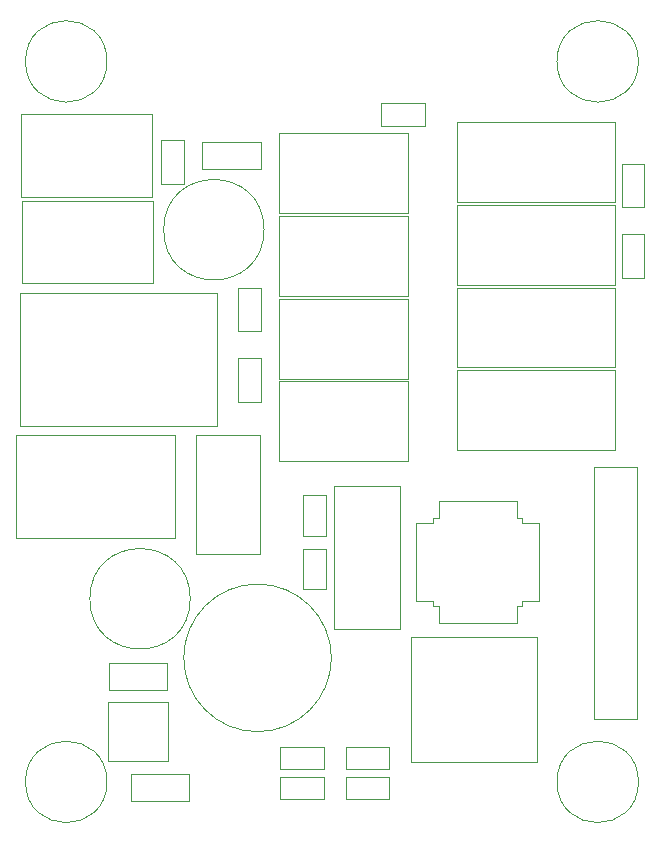
<source format=gbr>
%TF.GenerationSoftware,KiCad,Pcbnew,8.0.0-8.0.0-1~ubuntu20.04.1*%
%TF.CreationDate,2024-04-08T21:34:55+05:00*%
%TF.ProjectId,GammaAnomalain,47616d6d-6141-46e6-9f6d-616c61696e2e,rev?*%
%TF.SameCoordinates,Original*%
%TF.FileFunction,Other,User*%
%FSLAX46Y46*%
G04 Gerber Fmt 4.6, Leading zero omitted, Abs format (unit mm)*
G04 Created by KiCad (PCBNEW 8.0.0-8.0.0-1~ubuntu20.04.1) date 2024-04-08 21:34:55*
%MOMM*%
%LPD*%
G01*
G04 APERTURE LIST*
%ADD10C,0.050000*%
G04 APERTURE END LIST*
D10*
%TO.C,R4*%
X151050000Y-68650000D02*
X152950000Y-68650000D01*
X151050000Y-72350000D02*
X151050000Y-68650000D01*
X152950000Y-68650000D02*
X152950000Y-72350000D01*
X152950000Y-72350000D02*
X151050000Y-72350000D01*
%TO.C,C4*%
X114500000Y-99500000D02*
G75*
G02*
X106000000Y-99500000I-4250000J0D01*
G01*
X106000000Y-99500000D02*
G75*
G02*
X114500000Y-99500000I4250000J0D01*
G01*
%TO.C,R2*%
X118550000Y-79150000D02*
X120450000Y-79150000D01*
X118550000Y-82850000D02*
X118550000Y-79150000D01*
X120450000Y-79150000D02*
X120450000Y-82850000D01*
X120450000Y-82850000D02*
X118550000Y-82850000D01*
%TO.C,C3*%
X107582500Y-104950000D02*
X112542500Y-104950000D01*
X107582500Y-107250000D02*
X107582500Y-104950000D01*
X112542500Y-104950000D02*
X112542500Y-107250000D01*
X112542500Y-107250000D02*
X107582500Y-107250000D01*
%TO.C,Y1*%
X126700000Y-89950000D02*
X126700000Y-102050000D01*
X126700000Y-102050000D02*
X132300000Y-102050000D01*
X132300000Y-89950000D02*
X126700000Y-89950000D01*
X132300000Y-102050000D02*
X132300000Y-89950000D01*
%TO.C,J4*%
X122050000Y-60100000D02*
X122050000Y-66850000D01*
X122050000Y-66850000D02*
X132950000Y-66850000D01*
X132950000Y-60100000D02*
X122050000Y-60100000D01*
X132950000Y-66850000D02*
X132950000Y-60100000D01*
%TO.C,J7*%
X137050000Y-73150000D02*
X137050000Y-79900000D01*
X137050000Y-79900000D02*
X150450000Y-79900000D01*
X150450000Y-73150000D02*
X137050000Y-73150000D01*
X150450000Y-79900000D02*
X150450000Y-73150000D01*
%TO.C,J6*%
X137050000Y-66150000D02*
X137050000Y-72900000D01*
X137050000Y-72900000D02*
X150450000Y-72900000D01*
X150450000Y-66150000D02*
X137050000Y-66150000D01*
X150450000Y-72900000D02*
X150450000Y-66150000D01*
%TO.C,R3*%
X130650000Y-57550000D02*
X134350000Y-57550000D01*
X130650000Y-59450000D02*
X130650000Y-57550000D01*
X134350000Y-57550000D02*
X134350000Y-59450000D01*
X134350000Y-59450000D02*
X130650000Y-59450000D01*
%TO.C,U3*%
X100125000Y-73575000D02*
X100125000Y-84875000D01*
X100125000Y-84875000D02*
X116775000Y-84875000D01*
X116775000Y-73575000D02*
X100125000Y-73575000D01*
X116775000Y-84875000D02*
X116775000Y-73575000D01*
%TO.C,L1*%
X99750000Y-85650000D02*
X99750000Y-94350000D01*
X99750000Y-94350000D02*
X113250000Y-94350000D01*
X113250000Y-85650000D02*
X99750000Y-85650000D01*
X113250000Y-94350000D02*
X113250000Y-85650000D01*
%TO.C,H2*%
X152450000Y-54000000D02*
G75*
G02*
X145550000Y-54000000I-3450000J0D01*
G01*
X145550000Y-54000000D02*
G75*
G02*
X152450000Y-54000000I3450000J0D01*
G01*
%TO.C,C7*%
X109457500Y-114350000D02*
X114417500Y-114350000D01*
X109457500Y-116650000D02*
X109457500Y-114350000D01*
X114417500Y-114350000D02*
X114417500Y-116650000D01*
X114417500Y-116650000D02*
X109457500Y-116650000D01*
%TO.C,C6*%
X115520000Y-60850000D02*
X120480000Y-60850000D01*
X115520000Y-63150000D02*
X115520000Y-60850000D01*
X120480000Y-60850000D02*
X120480000Y-63150000D01*
X120480000Y-63150000D02*
X115520000Y-63150000D01*
%TO.C,H4*%
X152450000Y-115000000D02*
G75*
G02*
X145550000Y-115000000I-3450000J0D01*
G01*
X145550000Y-115000000D02*
G75*
G02*
X152450000Y-115000000I3450000J0D01*
G01*
%TO.C,U4*%
X133150000Y-102725000D02*
X133150000Y-113275000D01*
X133150000Y-113275000D02*
X143850000Y-113275000D01*
X143850000Y-102725000D02*
X133150000Y-102725000D01*
X143850000Y-113275000D02*
X143850000Y-102725000D01*
%TO.C,J5*%
X137050000Y-59150000D02*
X137050000Y-65900000D01*
X137050000Y-65900000D02*
X150450000Y-65900000D01*
X150450000Y-59150000D02*
X137050000Y-59150000D01*
X150450000Y-65900000D02*
X150450000Y-59150000D01*
%TO.C,R1*%
X118550000Y-73150000D02*
X120450000Y-73150000D01*
X118550000Y-76850000D02*
X118550000Y-73150000D01*
X120450000Y-73150000D02*
X120450000Y-76850000D01*
X120450000Y-76850000D02*
X118550000Y-76850000D01*
%TO.C,C5*%
X120750000Y-68250000D02*
G75*
G02*
X112250000Y-68250000I-4250000J0D01*
G01*
X112250000Y-68250000D02*
G75*
G02*
X120750000Y-68250000I4250000J0D01*
G01*
%TO.C,C2*%
X124020000Y-95250000D02*
X125980000Y-95250000D01*
X124020000Y-98650000D02*
X124020000Y-95250000D01*
X125980000Y-95250000D02*
X125980000Y-98650000D01*
X125980000Y-98650000D02*
X124020000Y-98650000D01*
%TO.C,J1*%
X122050000Y-81100000D02*
X122050000Y-87850000D01*
X122050000Y-87850000D02*
X132950000Y-87850000D01*
X132950000Y-81100000D02*
X122050000Y-81100000D01*
X132950000Y-87850000D02*
X132950000Y-81100000D01*
%TO.C,D2*%
X122125000Y-112050000D02*
X125825000Y-112050000D01*
X122125000Y-113950000D02*
X122125000Y-112050000D01*
X125825000Y-112050000D02*
X125825000Y-113950000D01*
X125825000Y-113950000D02*
X122125000Y-113950000D01*
%TO.C,J3*%
X122050000Y-67100000D02*
X122050000Y-73850000D01*
X122050000Y-73850000D02*
X132950000Y-73850000D01*
X132950000Y-67100000D02*
X122050000Y-67100000D01*
X132950000Y-73850000D02*
X132950000Y-67100000D01*
%TO.C,J2*%
X122050000Y-74100000D02*
X122050000Y-80850000D01*
X122050000Y-80850000D02*
X132950000Y-80850000D01*
X132950000Y-74100000D02*
X122050000Y-74100000D01*
X132950000Y-80850000D02*
X132950000Y-74100000D01*
%TO.C,D3*%
X122125000Y-114550000D02*
X125825000Y-114550000D01*
X122125000Y-116450000D02*
X122125000Y-114550000D01*
X125825000Y-114550000D02*
X125825000Y-116450000D01*
X125825000Y-116450000D02*
X122125000Y-116450000D01*
%TO.C,R8*%
X127650000Y-114550000D02*
X131350000Y-114550000D01*
X127650000Y-116450000D02*
X127650000Y-114550000D01*
X131350000Y-114550000D02*
X131350000Y-116450000D01*
X131350000Y-116450000D02*
X127650000Y-116450000D01*
%TO.C,U2*%
X107512500Y-113200000D02*
X107512500Y-108200000D01*
X107512500Y-113200000D02*
X112612500Y-113200000D01*
X112612500Y-108200000D02*
X107512500Y-108200000D01*
X112612500Y-108200000D02*
X112612500Y-113200000D01*
%TO.C,BZ1*%
X126450000Y-104500000D02*
G75*
G02*
X113950000Y-104500000I-6250000J0D01*
G01*
X113950000Y-104500000D02*
G75*
G02*
X126450000Y-104500000I6250000J0D01*
G01*
%TO.C,R6*%
X112050000Y-60650000D02*
X113950000Y-60650000D01*
X112050000Y-64350000D02*
X112050000Y-60650000D01*
X113950000Y-60650000D02*
X113950000Y-64350000D01*
X113950000Y-64350000D02*
X112050000Y-64350000D01*
%TO.C,H1*%
X107450000Y-54000000D02*
G75*
G02*
X100550000Y-54000000I-3450000J0D01*
G01*
X100550000Y-54000000D02*
G75*
G02*
X107450000Y-54000000I3450000J0D01*
G01*
%TO.C,Q1*%
X100175000Y-58475000D02*
X100175000Y-65475000D01*
X100175000Y-65475000D02*
X111275000Y-65475000D01*
X111275000Y-58475000D02*
X100175000Y-58475000D01*
X111275000Y-65475000D02*
X111275000Y-58475000D01*
%TO.C,U1*%
X133645000Y-93100000D02*
X133645000Y-96400000D01*
X133645000Y-99700000D02*
X133645000Y-96400000D01*
X135075000Y-92650000D02*
X135075000Y-93100000D01*
X135075000Y-93100000D02*
X133645000Y-93100000D01*
X135075000Y-99700000D02*
X133645000Y-99700000D01*
X135075000Y-100150000D02*
X135075000Y-99700000D01*
X135525000Y-91220000D02*
X135525000Y-92650000D01*
X135525000Y-92650000D02*
X135075000Y-92650000D01*
X135525000Y-100150000D02*
X135075000Y-100150000D01*
X135525000Y-101580000D02*
X135525000Y-100150000D01*
X138825000Y-91220000D02*
X135525000Y-91220000D01*
X138825000Y-91220000D02*
X142125000Y-91220000D01*
X138825000Y-101580000D02*
X135525000Y-101580000D01*
X138825000Y-101580000D02*
X142125000Y-101580000D01*
X142125000Y-91220000D02*
X142125000Y-92650000D01*
X142125000Y-92650000D02*
X142575000Y-92650000D01*
X142125000Y-100150000D02*
X142575000Y-100150000D01*
X142125000Y-101580000D02*
X142125000Y-100150000D01*
X142575000Y-92650000D02*
X142575000Y-93100000D01*
X142575000Y-93100000D02*
X144005000Y-93100000D01*
X142575000Y-99700000D02*
X144005000Y-99700000D01*
X142575000Y-100150000D02*
X142575000Y-99700000D01*
X144005000Y-93100000D02*
X144005000Y-96400000D01*
X144005000Y-99700000D02*
X144005000Y-96400000D01*
%TO.C,D1*%
X100227500Y-65802500D02*
X100227500Y-72802500D01*
X100227500Y-72802500D02*
X111327500Y-72802500D01*
X111327500Y-65802500D02*
X100227500Y-65802500D01*
X111327500Y-72802500D02*
X111327500Y-65802500D01*
%TO.C,J11*%
X137050000Y-80150000D02*
X137050000Y-86900000D01*
X137050000Y-86900000D02*
X150450000Y-86900000D01*
X150450000Y-80150000D02*
X137050000Y-80150000D01*
X150450000Y-86900000D02*
X150450000Y-80150000D01*
%TO.C,C1*%
X124020000Y-90750000D02*
X125980000Y-90750000D01*
X124020000Y-94150000D02*
X124020000Y-90750000D01*
X125980000Y-90750000D02*
X125980000Y-94150000D01*
X125980000Y-94150000D02*
X124020000Y-94150000D01*
%TO.C,R5*%
X151050000Y-62650000D02*
X152950000Y-62650000D01*
X151050000Y-66350000D02*
X151050000Y-62650000D01*
X152950000Y-62650000D02*
X152950000Y-66350000D01*
X152950000Y-66350000D02*
X151050000Y-66350000D01*
%TO.C,RV1*%
X115000000Y-85600000D02*
X115000000Y-95700000D01*
X115000000Y-95700000D02*
X120400000Y-95700000D01*
X120400000Y-85600000D02*
X115000000Y-85600000D01*
X120400000Y-95700000D02*
X120400000Y-85600000D01*
%TO.C,H3*%
X107450000Y-115000000D02*
G75*
G02*
X100550000Y-115000000I-3450000J0D01*
G01*
X100550000Y-115000000D02*
G75*
G02*
X107450000Y-115000000I3450000J0D01*
G01*
%TO.C,J8*%
X148700000Y-88325000D02*
X148700000Y-109675000D01*
X148700000Y-109675000D02*
X152300000Y-109675000D01*
X152300000Y-88325000D02*
X148700000Y-88325000D01*
X152300000Y-109675000D02*
X152300000Y-88325000D01*
%TO.C,R7*%
X127650000Y-112050000D02*
X131350000Y-112050000D01*
X127650000Y-113950000D02*
X127650000Y-112050000D01*
X131350000Y-112050000D02*
X131350000Y-113950000D01*
X131350000Y-113950000D02*
X127650000Y-113950000D01*
%TD*%
M02*

</source>
